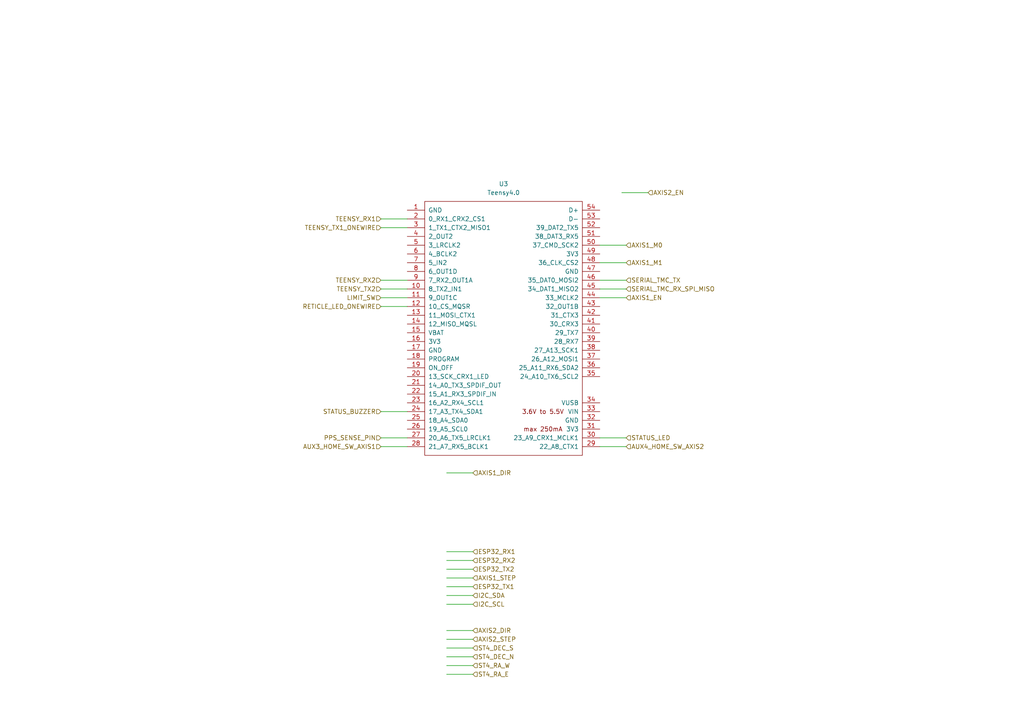
<source format=kicad_sch>
(kicad_sch (version 20231120) (generator "eeschema") (generator_version "8.0")
  (paper "A4")
  (lib_symbols
    (symbol "teensy:Teensy4.0" (pin_names (offset 1.016))
      (property "Reference" "U" (at 0 39.37 0))
      (property "Value" "Teensy4.0" (at 0 -39.37 0))
      (symbol "Teensy4.0_0_0"
        (text "3.6V to 5.5V" (at 11.43 -24.13 0) (effects (font (size 1.27 1.27))))
        (text "max 250mA" (at 11.43 -29.21 0) (effects (font (size 1.27 1.27))))
        (pin bidirectional line (at -27.94 11.43 0) (length 5.08) (name "8_TX2_IN1") (number "10"))
        (pin bidirectional line (at -27.94 8.89 0) (length 5.08) (name "9_OUT1C") (number "11"))
        (pin bidirectional line (at -27.94 6.35 0) (length 5.08) (name "10_CS_MQSR") (number "12"))
        (pin bidirectional line (at -27.94 3.81 0) (length 5.08) (name "11_MOSI_CTX1") (number "13"))
        (pin bidirectional line (at -27.94 1.27 0) (length 5.08) (name "12_MISO_MQSL") (number "14"))
        (pin power_in line (at -27.94 -1.27 0) (length 5.08) (name "VBAT") (number "15"))
        (pin power_in line (at -27.94 -3.81 0) (length 5.08) (name "3V3") (number "16"))
        (pin power_in line (at -27.94 -6.35 0) (length 5.08) (name "GND") (number "17"))
        (pin input line (at -27.94 -8.89 0) (length 5.08) (name "PROGRAM") (number "18"))
        (pin input line (at -27.94 -11.43 0) (length 5.08) (name "ON_OFF") (number "19"))
        (pin bidirectional line (at -27.94 -13.97 0) (length 5.08) (name "13_SCK_CRX1_LED") (number "20"))
        (pin bidirectional line (at -27.94 -16.51 0) (length 5.08) (name "14_A0_TX3_SPDIF_OUT") (number "21"))
        (pin bidirectional line (at -27.94 -19.05 0) (length 5.08) (name "15_A1_RX3_SPDIF_IN") (number "22"))
        (pin bidirectional line (at -27.94 -21.59 0) (length 5.08) (name "16_A2_RX4_SCL1") (number "23"))
        (pin bidirectional line (at -27.94 -24.13 0) (length 5.08) (name "17_A3_TX4_SDA1") (number "24"))
        (pin bidirectional line (at -27.94 -26.67 0) (length 5.08) (name "18_A4_SDA0") (number "25"))
        (pin bidirectional line (at -27.94 -29.21 0) (length 5.08) (name "19_A5_SCL0") (number "26"))
        (pin bidirectional line (at -27.94 -31.75 0) (length 5.08) (name "20_A6_TX5_LRCLK1") (number "27"))
        (pin bidirectional line (at -27.94 -34.29 0) (length 5.08) (name "21_A7_RX5_BCLK1") (number "28"))
        (pin bidirectional line (at 27.94 -34.29 180) (length 5.08) (name "22_A8_CTX1") (number "29"))
        (pin bidirectional line (at 27.94 -31.75 180) (length 5.08) (name "23_A9_CRX1_MCLK1") (number "30"))
        (pin power_out line (at 27.94 -29.21 180) (length 5.08) (name "3V3") (number "31"))
        (pin power_in line (at 27.94 -26.67 180) (length 5.08) (name "GND") (number "32"))
        (pin power_in line (at 27.94 -24.13 180) (length 5.08) (name "VIN") (number "33"))
        (pin power_out line (at 27.94 -21.59 180) (length 5.08) (name "VUSB") (number "34"))
        (pin bidirectional line (at 27.94 -13.97 180) (length 5.08) (name "24_A10_TX6_SCL2") (number "35"))
        (pin bidirectional line (at 27.94 -11.43 180) (length 5.08) (name "25_A11_RX6_SDA2") (number "36"))
        (pin bidirectional line (at 27.94 -8.89 180) (length 5.08) (name "26_A12_MOSI1") (number "37"))
        (pin bidirectional line (at 27.94 -6.35 180) (length 5.08) (name "27_A13_SCK1") (number "38"))
        (pin bidirectional line (at 27.94 -3.81 180) (length 5.08) (name "28_RX7") (number "39"))
        (pin bidirectional line (at 27.94 -1.27 180) (length 5.08) (name "29_TX7") (number "40"))
        (pin bidirectional line (at 27.94 1.27 180) (length 5.08) (name "30_CRX3") (number "41"))
        (pin bidirectional line (at 27.94 3.81 180) (length 5.08) (name "31_CTX3") (number "42"))
        (pin bidirectional line (at 27.94 6.35 180) (length 5.08) (name "32_OUT1B") (number "43"))
        (pin bidirectional line (at 27.94 8.89 180) (length 5.08) (name "33_MCLK2") (number "44"))
        (pin bidirectional line (at 27.94 11.43 180) (length 5.08) (name "34_DAT1_MISO2") (number "45"))
        (pin bidirectional line (at 27.94 13.97 180) (length 5.08) (name "35_DAT0_MOSI2") (number "46"))
        (pin power_out line (at 27.94 16.51 180) (length 5.08) (name "GND") (number "47"))
        (pin bidirectional line (at 27.94 19.05 180) (length 5.08) (name "36_CLK_CS2") (number "48"))
        (pin power_out line (at 27.94 21.59 180) (length 5.08) (name "3V3") (number "49"))
        (pin bidirectional line (at -27.94 24.13 0) (length 5.08) (name "3_LRCLK2") (number "5"))
        (pin bidirectional line (at 27.94 24.13 180) (length 5.08) (name "37_CMD_SCK2") (number "50"))
        (pin bidirectional line (at 27.94 26.67 180) (length 5.08) (name "38_DAT3_RX5") (number "51"))
        (pin bidirectional line (at 27.94 29.21 180) (length 5.08) (name "39_DAT2_TX5") (number "52"))
        (pin bidirectional line (at 27.94 31.75 180) (length 5.08) (name "D-") (number "53"))
        (pin bidirectional line (at 27.94 34.29 180) (length 5.08) (name "D+") (number "54"))
        (pin bidirectional line (at -27.94 21.59 0) (length 5.08) (name "4_BCLK2") (number "6"))
        (pin bidirectional line (at -27.94 19.05 0) (length 5.08) (name "5_IN2") (number "7"))
        (pin bidirectional line (at -27.94 16.51 0) (length 5.08) (name "6_OUT1D") (number "8"))
        (pin bidirectional line (at -27.94 13.97 0) (length 5.08) (name "7_RX2_OUT1A") (number "9"))
      )
      (symbol "Teensy4.0_0_1"
        (rectangle (start -22.86 36.83) (end 22.86 -36.83))
        (rectangle (start -20.32 -31.75) (end -20.32 -31.75))
      )
      (symbol "Teensy4.0_1_1"
        (pin power_in line (at -27.94 34.29 0) (length 5.08) (name "GND") (number "1"))
        (pin bidirectional line (at -27.94 31.75 0) (length 5.08) (name "0_RX1_CRX2_CS1") (number "2"))
        (pin bidirectional line (at -27.94 29.21 0) (length 5.08) (name "1_TX1_CTX2_MISO1") (number "3"))
        (pin bidirectional line (at -27.94 26.67 0) (length 5.08) (name "2_OUT2") (number "4"))
      )
    )
  )
  (wire (pts (xy 137.16 165.1) (xy 129.54 165.1)))
  (wire (pts (xy 187.96 55.88) (xy 180.34 55.88)))
  (wire (pts (xy 137.16 170.18) (xy 129.54 170.18)))
  (wire (pts (xy 181.61 86.36) (xy 173.99 86.36)))
  (wire (pts (xy 110.49 119.38) (xy 118.11 119.38)))
  (wire (pts (xy 181.61 129.54) (xy 173.99 129.54)))
  (wire (pts (xy 137.16 137.16) (xy 129.54 137.16)))
  (wire (pts (xy 118.11 127) (xy 110.49 127)))
  (wire (pts (xy 137.16 172.72) (xy 129.54 172.72)))
  (wire (pts (xy 110.49 81.28) (xy 118.11 81.28)))
  (wire (pts (xy 181.61 76.2) (xy 173.99 76.2)))
  (wire (pts (xy 137.16 160.02) (xy 129.54 160.02)))
  (wire (pts (xy 181.61 127) (xy 173.99 127)))
  (wire (pts (xy 137.16 162.56) (xy 129.54 162.56)))
  (wire (pts (xy 181.61 71.12) (xy 173.99 71.12)))
  (wire (pts (xy 110.49 66.04) (xy 118.11 66.04)))
  (wire (pts (xy 110.49 129.54) (xy 118.11 129.54)))
  (wire (pts (xy 137.16 175.26) (xy 129.54 175.26)))
  (wire (pts (xy 137.16 195.58) (xy 129.54 195.58)))
  (wire (pts (xy 181.61 81.28) (xy 173.99 81.28)))
  (wire (pts (xy 137.16 185.42) (xy 129.54 185.42)))
  (wire (pts (xy 181.61 83.82) (xy 173.99 83.82)))
  (wire (pts (xy 118.11 86.36) (xy 110.49 86.36)))
  (wire (pts (xy 137.16 167.64) (xy 129.54 167.64)))
  (wire (pts (xy 137.16 190.5) (xy 129.54 190.5)))
  (wire (pts (xy 137.16 187.96) (xy 129.54 187.96)))
  (wire (pts (xy 110.49 63.5) (xy 118.11 63.5)))
  (wire (pts (xy 137.16 193.04) (xy 129.54 193.04)))
  (wire (pts (xy 137.16 182.88) (xy 129.54 182.88)))
  (wire (pts (xy 110.49 83.82) (xy 118.11 83.82)))
  (wire (pts (xy 118.11 88.9) (xy 110.49 88.9)))
  (hierarchical_label "TEENSY_TX1_ONEWIRE" (shape input) (at 110.49 66.04 180))
  (hierarchical_label "TEENSY_TX2" (shape input) (at 110.49 83.82 180))
  (hierarchical_label "ST4_RA_W" (shape input) (at 137.16 193.04 0))
  (hierarchical_label "AXIS1_DIR" (shape input) (at 137.16 137.16 0))
  (hierarchical_label "ST4_DEC_N" (shape input) (at 137.16 190.5 0))
  (hierarchical_label "ST4_RA_E" (shape input) (at 137.16 195.58 0))
  (hierarchical_label "AXIS1_M1" (shape input) (at 181.61 76.2 0))
  (hierarchical_label "SERIAL_TMC_RX_SPI_MISO" (shape input) (at 181.61 83.82 0))
  (hierarchical_label "AUX3_HOME_SW_AXIS1" (shape input) (at 110.49 129.54 180))
  (hierarchical_label "LIMIT_SW" (shape input) (at 110.49 86.36 180))
  (hierarchical_label "STATUS_LED" (shape input) (at 181.61 127 0))
  (hierarchical_label "TEENSY_RX2" (shape input) (at 110.49 81.28 180))
  (hierarchical_label "I2C_SCL" (shape input) (at 137.16 175.26 0))
  (hierarchical_label "PPS_SENSE_PIN" (shape input) (at 110.49 127 180))
  (hierarchical_label "ESP32_RX1" (shape input) (at 137.16 160.02 0))
  (hierarchical_label "AXIS2_DIR" (shape input) (at 137.16 182.88 0))
  (hierarchical_label "TEENSY_RX1" (shape input) (at 110.49 63.5 180))
  (hierarchical_label "ST4_DEC_S" (shape input) (at 137.16 187.96 0))
  (hierarchical_label "RETICLE_LED_ONEWIRE" (shape input) (at 110.49 88.9 180))
  (hierarchical_label "ESP32_TX2" (shape input) (at 137.16 165.1 0))
  (hierarchical_label "I2C_SDA" (shape input) (at 137.16 172.72 0))
  (hierarchical_label "AXIS2_EN" (shape input) (at 187.96 55.88 0))
  (hierarchical_label "AXIS1_M0" (shape input) (at 181.61 71.12 0))
  (hierarchical_label "STATUS_BUZZER" (shape input) (at 110.49 119.38 180))
  (hierarchical_label "AXIS1_EN" (shape input) (at 181.61 86.36 0))
  (hierarchical_label "ESP32_RX2" (shape input) (at 137.16 162.56 0))
  (hierarchical_label "AXIS1_STEP" (shape input) (at 137.16 167.64 0))
  (hierarchical_label "AUX4_HOME_SW_AXIS2" (shape input) (at 181.61 129.54 0))
  (hierarchical_label "AXIS2_STEP" (shape input) (at 137.16 185.42 0))
  (hierarchical_label "SERIAL_TMC_TX" (shape input) (at 181.61 81.28 0))
  (hierarchical_label "ESP32_TX1" (shape input) (at 137.16 170.18 0))
  (symbol (lib_id "teensy:Teensy4.0") (at 146.05 95.25 0) (unit 1)
    (property "Reference" "U3" (at 146.05 53.34 0))
    (property "Value" "Teensy4.0" (at 146.05 55.88 0))
    (property "Footprint" "Teensy:Teensy40" (effects (hide yes)))
  )
)
</source>
